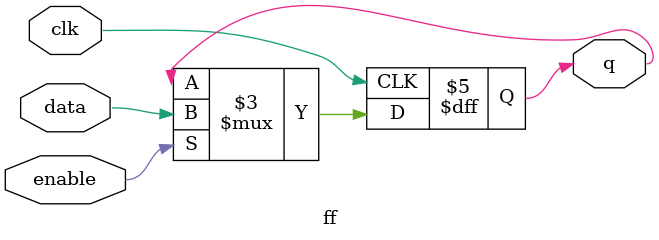
<source format=v>
module x(b,c,a);
output a;
integer a = 5;
output b;
output c;
reg c;
//input d;
//reg d;
assign b = a;
endmodule

module ff(clk,enable,data,q);
input clk,enable,data;
output q;
reg q;

always@(posedge clk)
begin
    if(enable)
        q=data; 
end
endmodule

module top();
    
wire data_path,clock,enable,data_in,data_out;
ff ff1(.clk(clock),.enable(enable),.data(data_in),.q(data_path));
ff ff2(.clk(clock),.enable(enable),.data(data_path),.q(data_out));

    
endmodule

</source>
